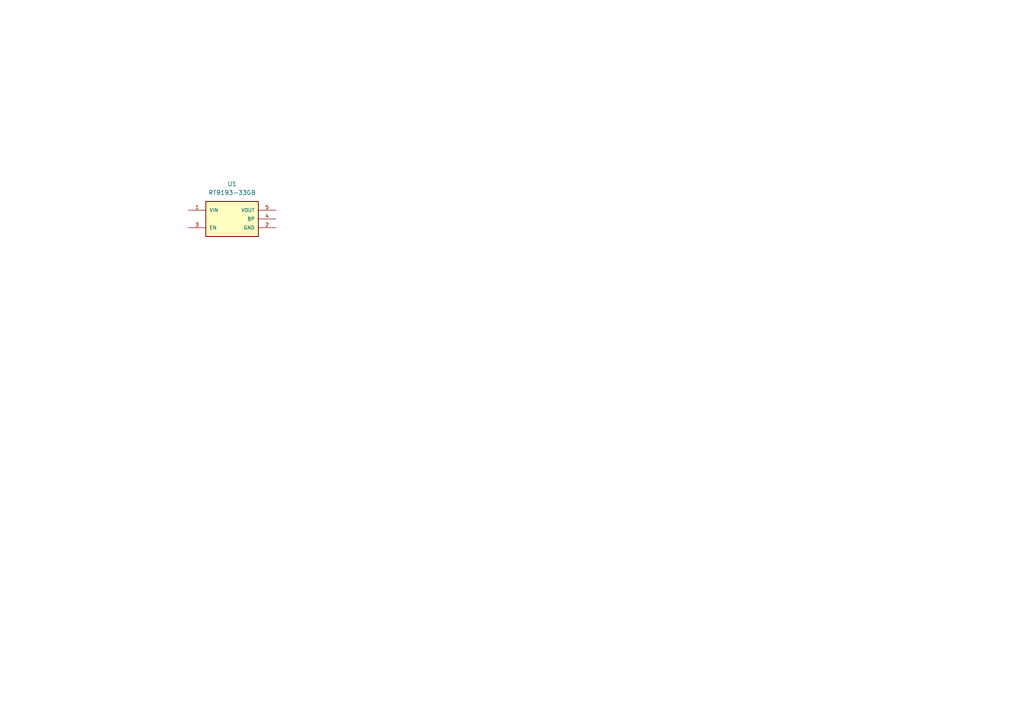
<source format=kicad_sch>
(kicad_sch (version 20250114) (generator "eeschema") (generator_version "9.0")
  (paper "A4")
  (title_block (title "customESP32S by Eng/Ahmed Adel") (date "2025-09-23") (rev "V1_1"))
  (lib_symbols
    (symbol "RT9193-33GB:RT9193-33GB" (pin_names (offset 1.016))
      (property "Reference" "U" (at -6.3582 6.3582 0))
      (property "Value" "RT9193-33GB" (at -6.3733 -8.9227 0))
      (symbol "RT9193-33GB_0_0"
        (rectangle (start -7.62 -5.08) (end 7.62 5.08) (stroke (width 0.254)) (fill (type background)))
        (pin input line (at -12.7 2.54 0) (length 5.08) (name "VIN") (number "1"))
        (pin input line (at -12.7 -2.54 0) (length 5.08) (name "EN") (number "3"))
        (pin output line (at 12.7 2.54 180) (length 5.08) (name "VOUT") (number "5"))
        (pin passive line (at 12.7 0 180) (length 5.08) (name "BP") (number "4"))
        (pin power_in line (at 12.7 -2.54 180) (length 5.08) (name "GND") (number "2"))
      )
    )
  )
  (symbol (lib_id "RT9193-33GB:RT9193-33GB") (at 67.31 63.5 0) (unit 1)
    (property "Reference" "U1" (at 67.31 53.34 0))
    (property "Value" "RT9193-33GB" (at 67.31 55.88 0))
    (property "Footprint" "RT9193-33GB:SOT94P279X129-5N" (effects (hide yes)))
    (property "PRICE" "$0.19 USD" (effects (hide yes)))
    (property "MF" "RICHTEK" (effects (hide yes)))
    (property "AVAILABILITY" "Good" (effects (hide yes)))
    (property "MP" "RT9193-33GB" (effects (hide yes)))
    (property "PACKAGE" "SOT-23-5" (effects (hide yes)))
  )
)
</source>
